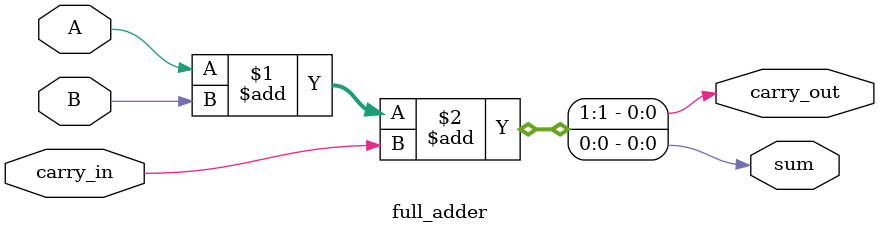
<source format=v>
module four_bit_adder(
  input [3:0] A, B,
  input Cin,
  output [3:0] S,
  output Cout
);

  wire C1, C2, C3;
  full_adder FA1(S[0], C1, A[0], B[0], Cin);
  full_adder FA2(S[1], C2, A[1], B[1], C1);
  full_adder FA3(S[2], C3, A[2], B[2], C2);
  full_adder FA4(S[3], Cout, A[3], B[3], C3);

endmodule

module full_adder(
  output sum,
  output carry_out,
  input A,
  input B,
  input carry_in
);

  assign {carry_out, sum} = A + B + carry_in;

endmodule
</source>
